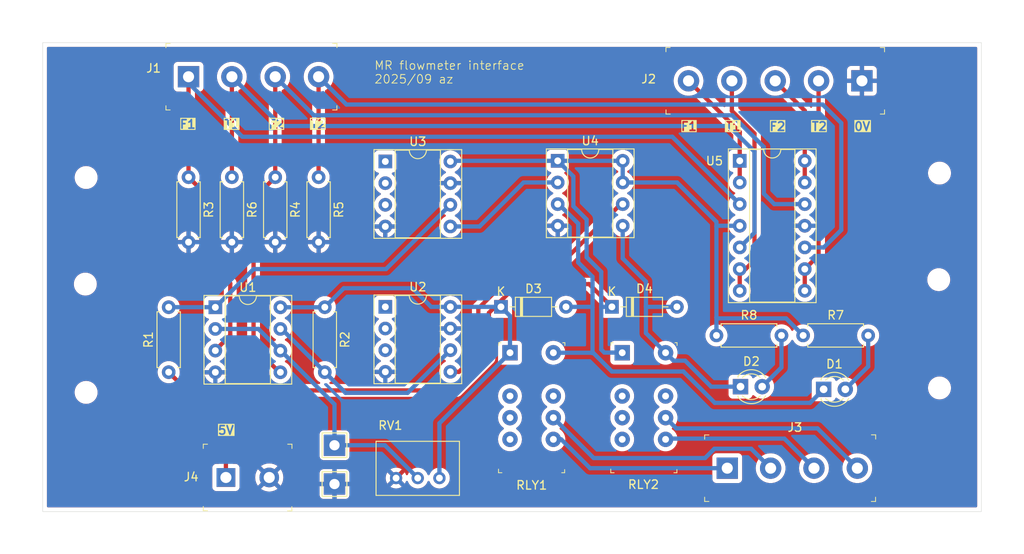
<source format=kicad_pcb>
(kicad_pcb
	(version 20240108)
	(generator "pcbnew")
	(generator_version "8.0")
	(general
		(thickness 1.6)
		(legacy_teardrops no)
	)
	(paper "A4")
	(layers
		(0 "F.Cu" signal)
		(31 "B.Cu" signal)
		(32 "B.Adhes" user "B.Adhesive")
		(33 "F.Adhes" user "F.Adhesive")
		(34 "B.Paste" user)
		(35 "F.Paste" user)
		(36 "B.SilkS" user "B.Silkscreen")
		(37 "F.SilkS" user "F.Silkscreen")
		(38 "B.Mask" user)
		(39 "F.Mask" user)
		(40 "Dwgs.User" user "User.Drawings")
		(41 "Cmts.User" user "User.Comments")
		(42 "Eco1.User" user "User.Eco1")
		(43 "Eco2.User" user "User.Eco2")
		(44 "Edge.Cuts" user)
		(45 "Margin" user)
		(46 "B.CrtYd" user "B.Courtyard")
		(47 "F.CrtYd" user "F.Courtyard")
		(48 "B.Fab" user)
		(49 "F.Fab" user)
		(50 "User.1" user)
		(51 "User.2" user)
		(52 "User.3" user)
		(53 "User.4" user)
		(54 "User.5" user)
		(55 "User.6" user)
		(56 "User.7" user)
		(57 "User.8" user)
		(58 "User.9" user)
	)
	(setup
		(pad_to_mask_clearance 0)
		(allow_soldermask_bridges_in_footprints no)
		(pcbplotparams
			(layerselection 0x0001000_ffffffff)
			(plot_on_all_layers_selection 0x0000000_00000000)
			(disableapertmacros no)
			(usegerberextensions no)
			(usegerberattributes yes)
			(usegerberadvancedattributes yes)
			(creategerberjobfile yes)
			(dashed_line_dash_ratio 12.000000)
			(dashed_line_gap_ratio 3.000000)
			(svgprecision 4)
			(plotframeref no)
			(viasonmask no)
			(mode 1)
			(useauxorigin no)
			(hpglpennumber 1)
			(hpglpenspeed 20)
			(hpglpendiameter 15.000000)
			(pdf_front_fp_property_popups yes)
			(pdf_back_fp_property_popups yes)
			(dxfpolygonmode yes)
			(dxfimperialunits yes)
			(dxfusepcbnewfont yes)
			(psnegative no)
			(psa4output no)
			(plotreference yes)
			(plotvalue yes)
			(plotfptext yes)
			(plotinvisibletext no)
			(sketchpadsonfab no)
			(subtractmaskfromsilk no)
			(outputformat 1)
			(mirror no)
			(drillshape 0)
			(scaleselection 1)
			(outputdirectory "gerber/")
		)
	)
	(net 0 "")
	(net 1 "+5V")
	(net 2 "/FLOW_2")
	(net 3 "/TEMP_1")
	(net 4 "/TEMP_2")
	(net 5 "/FLOW_1")
	(net 6 "Net-(RLY2-NO2)")
	(net 7 "Net-(RLY2-COM2)")
	(net 8 "Net-(RLY1-NO2)")
	(net 9 "Net-(RLY1-COM2)")
	(net 10 "GND")
	(net 11 "/water_interlock/COLLECTOR_1")
	(net 12 "Net-(D1-A)")
	(net 13 "unconnected-(RLY1-NC2-Pad10)")
	(net 14 "unconnected-(RLY1-COM1-Pad4)")
	(net 15 "unconnected-(RLY1-NO1-Pad5)")
	(net 16 "unconnected-(RLY1-NC1-Pad3)")
	(net 17 "unconnected-(RLY2-COM1-Pad4)")
	(net 18 "unconnected-(RLY2-NC2-Pad10)")
	(net 19 "unconnected-(RLY2-NC1-Pad3)")
	(net 20 "unconnected-(RLY2-NO1-Pad5)")
	(net 21 "/FLOW_TH")
	(net 22 "unconnected-(U2-PB4-Pad3)")
	(net 23 "unconnected-(U2-PB3-Pad2)")
	(net 24 "Net-(D2-A)")
	(net 25 "unconnected-(U2-PB5-Pad1)")
	(net 26 "unconnected-(U3-PB3-Pad2)")
	(net 27 "unconnected-(U3-PB4-Pad3)")
	(net 28 "unconnected-(U3-PB5-Pad1)")
	(net 29 "Net-(D2-K)")
	(net 30 "/FLOW_1_MON")
	(net 31 "/TEMP_1_MON")
	(net 32 "/TEMP_2_MON")
	(net 33 "/FLOW_2_MON")
	(net 34 "/water_interlock/FLOW_1_STATUS")
	(net 35 "/water_interlock/FLOW_2_STATUS")
	(net 36 "Net-(U2-PB0)")
	(net 37 "Net-(U3-PB0)")
	(footprint "LED_THT:LED_D3.0mm" (layer "F.Cu") (at 181.51 120.66))
	(footprint "Resistor_THT:R_Axial_DIN0207_L6.3mm_D2.5mm_P7.62mm_Horizontal" (layer "F.Cu") (at 123.06 111.03 -90))
	(footprint "TestPoint:TestPoint_THTPad_2.5x2.5mm_Drill1.2mm" (layer "F.Cu") (at 124.195 131.77))
	(footprint "Package_DIP:DIP-8_W7.62mm_Socket" (layer "F.Cu") (at 150.35 93.86))
	(footprint "my_library:DIN_Rail_adapter" (layer "F.Cu") (at 95 89.47))
	(footprint "TestPoint:TestPoint_THTPad_2.5x2.5mm_Drill1.2mm" (layer "F.Cu") (at 124.195 127.22))
	(footprint "Resistor_THT:R_Axial_DIN0207_L6.3mm_D2.5mm_P7.62mm_Horizontal" (layer "F.Cu") (at 168.95 114.34))
	(footprint "Resistor_THT:R_Axial_DIN0207_L6.3mm_D2.5mm_P7.62mm_Horizontal" (layer "F.Cu") (at 117.252 95.78 -90))
	(footprint "Resistor_THT:R_Axial_DIN0207_L6.3mm_D2.5mm_P7.62mm_Horizontal" (layer "F.Cu") (at 112.172 95.78 -90))
	(footprint "Package_DIP:DIP-8_W7.62mm_Socket" (layer "F.Cu") (at 110.232 111.04))
	(footprint "LED_THT:LED_D3.0mm" (layer "F.Cu") (at 171.77 120.35))
	(footprint "digikey-footprints:Term_Block_1x4_P5.08mm" (layer "F.Cu") (at 107.092 84))
	(footprint "Package_DIP:DIP-8_W7.62mm_Socket" (layer "F.Cu") (at 130.15 110.99))
	(footprint "my_library:DIN_Rail_adapter" (layer "F.Cu") (at 195 88.95))
	(footprint "Resistor_THT:R_Axial_DIN0207_L6.3mm_D2.5mm_P7.62mm_Horizontal" (layer "F.Cu") (at 179.11 114.34))
	(footprint "digikey-footprints:Term_Block_1x4_P5.08mm" (layer "F.Cu") (at 170.22 129.91))
	(footprint "digikey-footprints:Term_Block_1x2_P5.08MM" (layer "F.Cu") (at 111.47 131))
	(footprint "Resistor_THT:R_Axial_DIN0207_L6.3mm_D2.5mm_P7.62mm_Horizontal" (layer "F.Cu") (at 122.332 95.78 -90))
	(footprint "Potentiometer_THT:Potentiometer_Bourns_3299W_Vertical" (layer "F.Cu") (at 131.41 131.07 180))
	(footprint "Resistor_THT:R_Axial_DIN0207_L6.3mm_D2.5mm_P7.62mm_Horizontal" (layer "F.Cu") (at 107.092 95.78 -90))
	(footprint "Diode_THT:D_DO-35_SOD27_P7.62mm_Horizontal" (layer "F.Cu") (at 143.7 110.99))
	(footprint "Resistor_THT:R_Axial_DIN0207_L6.3mm_D2.5mm_P7.62mm_Horizontal" (layer "F.Cu") (at 104.765 118.65 90))
	(footprint "Diode_THT:D_DO-35_SOD27_P7.62mm_Horizontal" (layer "F.Cu") (at 156.7 110.99))
	(footprint "Package_DIP:DIP-14_W7.62mm_Socket" (layer "F.Cu") (at 171.68 93.86))
	(footprint "digikey-footprints:Term_Block_1x5_P5.08mm" (layer "F.Cu") (at 186 84.48 180))
	(footprint "digikey-footprints:Relay_THT_EC2"
		(layer "F.Cu")
		(uuid "e8bce705-1ace-474d-a394-403ddceb0e34")
		(at 162.99 116.37 -90)
		(property "Reference" "RLY2"
			(at 15.46 2.59 180)
			(layer "F.SilkS")
			(uuid "76e58a17-c5c0-49cb-9f98-847b3d4c5107")
			(effects
				(font
					(size 1 1)
					(thickness 0.15)
				)
			)
		)
		(property "Value" "EC2-5NU"
			(at 6.675 7.3 90)
			(layer "F.Fab")
			(uuid "0884ef03-70f5-4755-9a7f-b50e350f2bef")
			(effects
				(font
					(size 1 1)
					(thickness 0.15)
				)
			)
		)
		(property "Footprint" "digikey-footprints:Relay_THT_EC2"
			(at 0 0 90)
			(layer "F.Fab")
			(hide yes)
			(uuid "c8b38956-d4db-4e1f-96f8-5bcce3d0208c")
			(effects
				(font
					(size 1.27 1.27)
					(thickness 0.15)
				)
			)
		)
		(property "Datasheet" "https://api.kemet.com/component-edge/download/datasheet/EC2-5NU.pdf"
			(at 0 0 90)
			(layer "F.Fab")
			(hide yes)
			(uuid "a9353ac3-0c74-47cd-98f4-5fc9aec777ff")
			(effects
				(font
					(size 1.27 1.27)
					(thickness 0.15)
				)
			)
		)
		(property "Description" "RELAY GEN PURPOSE DPDT 2A 5VDC"
			(at 0 0 90)
			(layer "F.Fab")
			(hide yes)
			(uuid "72e0ac70-4428-47bc-840e-a3af55f72af6")
			(effects
				(font
					(size 1.27 1.27)
					(thickness 0.15)
				)
			)
		)
		(property "Digi-Key_PN" "399-11052-5-ND"
			(at 0 0 -90)
			(unlocked yes)
			(layer "F.Fab")
			(hide yes)
			(uuid "a4717cfb-5021-452d-b4f0-5bb8d3452389")
			(effects
				(font
					(size 1 1)
					(thickness 0.15)
				)
			)
		)
		(property "MPN" "EC2-5NU"
			(at 0 0 -90)
			(unlocked yes)
			(layer "F.Fab")
			(hide yes)
			(uuid "0bd761af-75b9-45af-aefd-692ad0154b76")
			(effects
				(font
					(size 1 1)
					(thickness 0.15)
				)
			)
		)
		(property "Category" "Relays"
			(at 0 0 -90)
			(unlocked yes)
			(layer "F.Fab")
			(hide yes)
			(uuid "0f80571e-e64c-48d0-b05c-5be4622b2103")
			(effects
				(font
					(size 1 1)
					(thickness 0.15)
				)
			)
		)
		(property "Family" "Signal Relays, Up to 2 Amps"
			(at 0 0 -90)
			(unlocked yes)
			(layer "F.Fab")
			(hide yes)
			(uuid "5fe7c30b-e985-4a7a-a88b-cd8c1f51f322")
			(effects
				(font
					(size 1 1)
					(thickness 0.15)
				)
			)
		)
		(property "DK_Datasheet_Link" "https://api.kemet.com/component-edge/download/datasheet/EC2-5NU.pdf"
			(at 0 0 -90)
			(unlocked yes)
			(layer "F.Fab")
			(hide yes)
			(uuid "ffea7e24-8547-47f7-a4fe-e7d5f560d4ab")
			(effects
				(font
					(size 1 1)
					(thickness 0.15)
				)
			)
		)
		(property "DK_Detail_Page" "/product-detail/en/kemet/EC2-5NU/399-11052-5-ND/4291118"
			(at 0 0 -90)
			(unlocked yes)
			(layer "F.Fab")
			(hide yes)
			(uuid "f472ff3e-6e72-4301-94ee-426932c64fa3")
			(effects
				(font
					(size 1 1)
					(thickness 0.15)
				)
			)
		)
		(property "Manufacturer" "KEMET"
			(at 0 0 -90)
			(unlocked yes)
			(layer "F.Fab")
			(hide yes)
			(uuid "19502fe1-f62d-4472-b462-ee83253843f2")
			(effects
				(font
					(size 1 1)
					(thickness 0.15)
				)
			)
		)
		(property "Status" "Active"
			(at 0 0 -90)
			(unlocked yes)
			(layer "F.Fab")
			(hide yes)
			(uuid "d8db832c-ab5e-4e3f-a02c-9772ce3ac414")
			(effects
				(font
					(size 1 1)
					(thickness 0.15)
				)
			)
		)
		(path "/562150e5-be0e-48fe-98a5-01cbd976acea/bee3c69d-863b-46bd-8c1d-16d22a1b9472")
		(sheetname "water_interlock")
		(sheetfile "untitled.kicad_sch")
		(attr through_hole)
		(fp_line
			(start 14.075 6.425)
			(end 13.65 6.425)
			(stroke
				(width 0.1)
				(type solid)
			)
			(layer "F.SilkS")
			(uuid "90333a73-d0cd-4ad3-8da4-307565893296")
		)
		(fp_line
			(start -1.175 6.4)
			(end -1.175 6.125)
			(stroke
				(width 0.1)
				(type solid)
			)
			(layer "F.SilkS")
			(uuid "23440541-efb1-44ca-beb3-466351b5341b")
		)
		(fp_line
			(start -0.85 6.4)
			(end -1.175 6.4)
			(stroke
				(width 0.1)
				(type solid)
			)
			(layer "F.SilkS")
			(uuid "0f2a4508-06d5-4151-a7a5-e9098f58fd25")
		)
		(fp_line
			(start 14.075 6.025)
			(end 14.075 6.425)
			(stroke
				(width 0.1)
				(type solid)
			)
			(layer "F.SilkS")
			(uuid "b1e21cff-a97c-45b2-9cad-fecba2f2f3bb")
		)
		(fp_line
			(start 13.7 -1.325)
			(end 14.075 -1.325)
			(stroke
				(width 0.1)
				(type solid)
			)
			(layer "F.SilkS")
			(uuid "5b3280f3-6336-422e-bcfb-05d31f4c0068")
		)
		(fp_line
			(start 14.075 -1.325)
			(end 14.075 -0.975)
			(stroke
				(width 0.1)
				(type solid)
			)
			(layer "F.SilkS")
			(uuid "c519f219-0bbd-4407-905e-3a61f46aee57")
		)
		(fp_line
			(start -1.175 -1.35)
			(end -1.175 -1.1)
			(stroke
				(width 0.1)
				(type solid)
			)
			(layer "F.SilkS")
			(uuid "64eae2f5-da34-440e-aa97-492e5c9d6d94")
		)
		(fp_line
			(start -0.85 -1.35)
			(end -1.175 -1.35)
			(stroke
				(width 0.1)
				(type solid)
			)
			(layer "F.SilkS")
			(uuid "c299250c-5e75-41c2-9a20-a6185e792724")
		)
		(fp_line
			(start 14.2 6.54)
			(end -1.3 6.54)
			(stroke
				(width 0.05)
				(type solid)
			)
			(layer "F.CrtYd")
			(uuid "148f75a3-ebc7-47c3-95ad-1d97b0305a55")
		)
		(fp_line
			(start -1.3 -1.46)
			(end -1.3 6.54)
			(stroke
				(width 0.05)
				(type solid)
			)
			(layer "F.CrtYd")
			(uuid "be60f272-cc9d-4ad1-88e5-c5dd88d15f14")
		)
		(fp_line
			(start -1.3 -1.46)
			(end 14.2 -1.46)
			(stroke
				(width 0.05)
				(type solid)
			)
			(layer "F.CrtYd")
			(uuid "accf9eed-1a77-4e32-a142-39e14565d966")
		)
		(fp_line
			(start 14.2 -1.46)
			(end 14.2 6.54)
			(stroke
				(width 0.05)
				(type solid)
			)
			(layer "F.CrtYd")
			(uuid "315af7b6-a49a-41bc-9df6-a34c37b26e2d")
		)
		(fp_line
			(start 13.95 6.29)
			(end -1.05 6.29)
			(stroke
				(width 0.1)
				(type solid)
			)
			(layer "F.Fab")
			(uuid "ad5f87ea-4b98-49b2-8ac5-d0c6f3ecaa37")
		)
		(fp_line
			(start 13.95 -1.21)
			(end 13.95 6.29)
			(stroke
				(width 0.1)
				(type solid)
			)
			(layer "F.Fab")
			(uuid "86c3132c-d5f1-4594-91b1-8ee17f9a111f")
		)
		(fp_line
			(start -1.05 -1.225)
			(end -1.05 6.29)
			(stroke
				(width 0.1)
				(type solid)
			)
			(layer "F.Fab")
			(uuid "a44ae5d9-57aa-4c8e-b9a6-1f422fcb3d8e")
		)
		(fp_line
			(start 13.95 -1.225)
			(end -1.05 -1.225)
			(stroke
				(width 0.1)
				(type solid)
			)
			(layer "F.Fab")
			(uuid "e5487ef2-f19b-4a5f-8245-08a0899864c3")
		)
		(fp_text user "${REFERENCE}"
			(at 6.075 2.55 90)
			(layer "F.Fab")
			(uuid "4f18750c-3d81-4b40-a8e2-5b5d68014826")
			(effects
				(font
					(size 1 1)
					(thickness 0.15)
				)
			)
		)
		(pad "1" thru_hole rect
			(at 0 5.08 270)
			(size 1.8 1.8)
			(drill 0.8)
			(layers "*.Cu" "*.Mask" "In1.Cu" "In2.Cu" "In3.Cu" "In4.Cu" "In5.Cu" "In6.Cu"
				"In7.Cu" "In8.Cu" "In9.Cu" "In10.Cu" "In11.Cu" "In12.Cu" "In13.Cu" "In14.Cu"
				"In15.Cu" "In16.Cu" "In17.Cu" "In18.Cu" "In19.Cu" "In20.Cu" "In21.Cu"
				"In22.Cu" "In23.Cu" "In24.Cu" "In25.Cu" "In26.Cu" "In27.Cu" "In28.Cu"
				"In29.Cu" "In30.Cu"
			)
			(remove_unused_layers no)
			(net 1 "+5V")
			(pinfunction "COIL")
			(pintype "passive")
			(uuid "7b674c67-6225-4ba2-8323-9eb881fe8899")
		)
		(pad "3" thru_hole circle
			(at 5.08 5.08 270)
			(size 1.8 1.8)
			(drill 0.8)
			(layers "*.Cu" "*.Mask" "In1.Cu" "In2.Cu" "In3.Cu" "In4.Cu" "In5.Cu" "In6.Cu"
				"In7.Cu" "In8.Cu" "In9.Cu" "In10.Cu" "In11.Cu" "In12.Cu" "In13.Cu" "In14.Cu"
				"In15.Cu" "In16.Cu" "In17.Cu" "In18.Cu" "In19.Cu" "In20.Cu" "In21.Cu"
				"In22.Cu" "In23.Cu" "In24.Cu" "In25.Cu" "In26.Cu" "In27.Cu" "In28.Cu"
				"In29.Cu" "In30.Cu"
			)
			(remove_unused_layers no)
			(net 19 "unconnected-(RLY2-NC1-Pad3)")
			(pinfunction "NC1")
			(pintype "passive")
			(uuid "168a4f0e-367e-4bf1-b3e9-6151c6998b2c")
		)
		(pad "4" thru_hole circle
			(at 7.62 5.08 270)
			(size 1.8 1.8)
			(drill 0.8)
			(layers "*.Cu" "*.Mask" "In1.Cu" "In2.Cu" "In3.Cu" "In4.Cu" "In5.Cu" "In6.Cu"
				"In7.Cu" "In8.Cu" "In9.Cu" "In10.Cu" "In11.Cu" "In12.Cu" "In13.Cu" "In14.Cu"
				"In15.Cu" "In16.Cu" "In17.Cu" "In18.Cu" "In19.Cu" "In20.Cu" "In21.Cu"
				"In22.Cu" "In23.Cu" "In24.Cu" "In25.Cu" "In26.Cu" "In27.Cu" "In28.Cu"
				"In29.Cu" "In30.Cu"
			)
			(remove_unused_layers no)
			(net 17 "unconnected-(RLY2-COM1-Pad4)"
... [419158 chars truncated]
</source>
